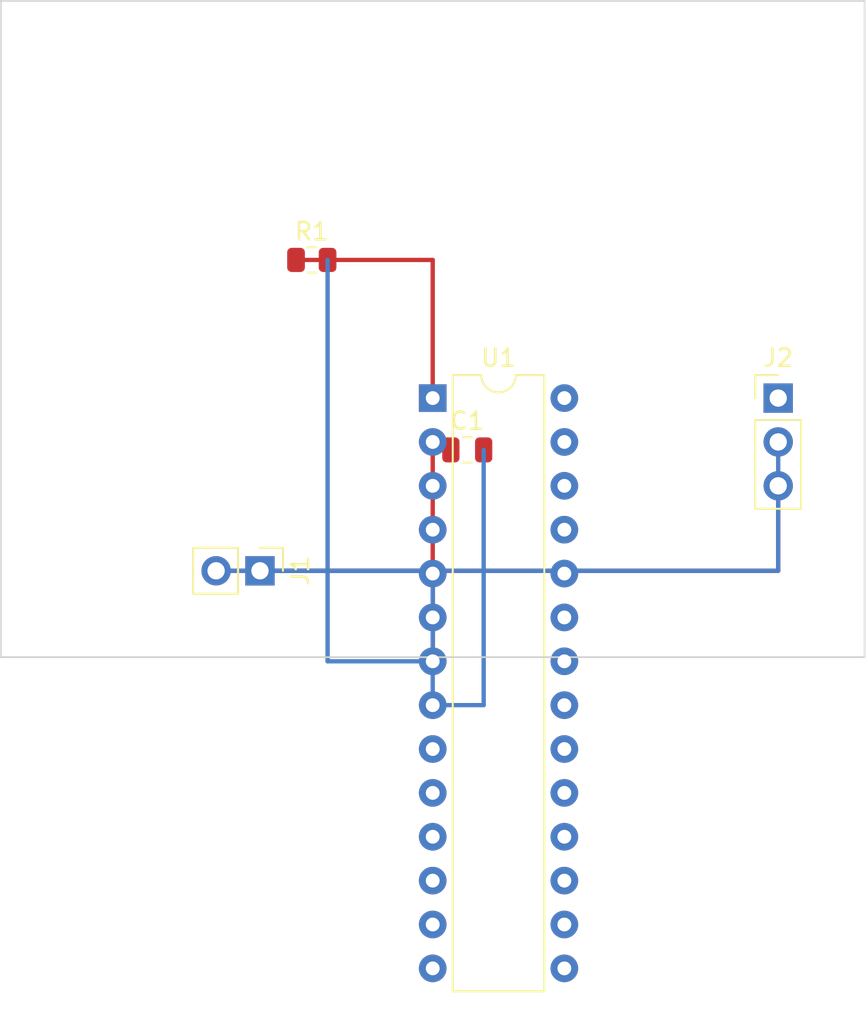
<source format=kicad_pcb>
(kicad_pcb (version 20211014) (generator pcbnew)
  (layers (0 "F.Cu" signal) (31 "B.Cu" signal) (34 "B.Paste" user) (35 "F.Paste" user) (36 "B.SilkS" user "B.Silkscreen") (37 "F.SilkS" user "F.Silkscreen") (38 "B.Mask" user) (39 "F.Mask" user) (44 "Edge.Cuts" user))
  (net 0 "")
  (footprint "C_0805_2012Metric" (layer "F.Cu") (at 27 26)
    (fp_text reference "C1" (at 0 -1.68) (layer "F.SilkS"))
    (fp_text value "100nF")
    (fp_line (start -0.261252 -0.735) (end 0.261252 -0.735) (layer "F.SilkS") (width 0.12))
    (fp_line (start -0.261252 0.735) (end 0.261252 0.735) (layer "F.SilkS") (width 0.12))
    (pad "1" smd roundrect (at -0.95 0) (size 1 1.45) (layers "F.Cu" "F.Paste" "F.Mask"))
    (pad "2" smd roundrect (at 0.95 0) (size 1 1.45) (layers "F.Cu" "F.Paste" "F.Mask"))
  )
  (footprint "PinHeader_1x02_P2.54mm_Vertical" (layer "F.Cu") (at 15 33 -90)
    (fp_text reference "J1" (at 0 -2.33 -90) (layer "F.SilkS"))
    (fp_text value "Power Header")
    (fp_line (start -1.33 1.27) (end 1.33 1.27) (layer "F.SilkS") (width 0.12))
    (fp_line (start -1.33 -1.33) (end 0 -1.33) (layer "F.SilkS") (width 0.12))
    (fp_line (start 1.33 1.27) (end 1.33 3.87) (layer "F.SilkS") (width 0.12))
    (fp_line (start -1.33 0) (end -1.33 -1.33) (layer "F.SilkS") (width 0.12))
    (fp_line (start -1.33 1.27) (end -1.33 3.87) (layer "F.SilkS") (width 0.12))
    (fp_line (start -1.33 3.87) (end 1.33 3.87) (layer "F.SilkS") (width 0.12))
    (pad "1" thru_hole rect (at 0 0 270) (size 1.7 1.7) (drill 1) (layers *.Cu *.Mask))
    (pad "2" thru_hole oval (at 0 2.54 270) (size 1.7 1.7) (drill 1) (layers *.Cu *.Mask))
  )
  (footprint "DIP-28_W7.62mm" (layer "F.Cu") (at 25 23)
    (fp_text reference "U1" (at 3.81 -2.33) (layer "F.SilkS"))
    (fp_text value "ATmega328P")
    (fp_line (start 1.16 -1.33) (end 1.16 34.35) (layer "F.SilkS") (width 0.12))
    (fp_line (start 2.81 -1.33) (end 1.16 -1.33) (layer "F.SilkS") (width 0.12))
    (fp_line (start 1.16 34.35) (end 6.46 34.35) (layer "F.SilkS") (width 0.12))
    (fp_line (start 6.46 34.35) (end 6.46 -1.33) (layer "F.SilkS") (width 0.12))
    (fp_line (start 6.46 -1.33) (end 4.81 -1.33) (layer "F.SilkS") (width 0.12))
    (fp_arc (start 4.81 -1.33) (mid 3.81 -0.33) (end 2.81 -1.33) (layer "F.SilkS") (width 0.12))
    (pad "1" thru_hole rect (at 0 0) (size 1.6 1.6) (drill 0.8) (layers *.Cu *.Mask))
    (pad "2" thru_hole oval (at 0 2.54) (size 1.6 1.6) (drill 0.8) (layers *.Cu *.Mask))
    (pad "3" thru_hole oval (at 0 5.08) (size 1.6 1.6) (drill 0.8) (layers *.Cu *.Mask))
    (pad "4" thru_hole oval (at 0 7.62) (size 1.6 1.6) (drill 0.8) (layers *.Cu *.Mask))
    (pad "5" thru_hole oval (at 0 10.16) (size 1.6 1.6) (drill 0.8) (layers *.Cu *.Mask))
    (pad "6" thru_hole oval (at 0 12.7) (size 1.6 1.6) (drill 0.8) (layers *.Cu *.Mask))
    (pad "7" thru_hole oval (at 0 15.24) (size 1.6 1.6) (drill 0.8) (layers *.Cu *.Mask))
    (pad "8" thru_hole oval (at 0 17.78) (size 1.6 1.6) (drill 0.8) (layers *.Cu *.Mask))
    (pad "9" thru_hole oval (at 0 20.32) (size 1.6 1.6) (drill 0.8) (layers *.Cu *.Mask))
    (pad "10" thru_hole oval (at 0 22.86) (size 1.6 1.6) (drill 0.8) (layers *.Cu *.Mask))
    (pad "11" thru_hole oval (at 0 25.4) (size 1.6 1.6) (drill 0.8) (layers *.Cu *.Mask))
    (pad "12" thru_hole oval (at 0 27.94) (size 1.6 1.6) (drill 0.8) (layers *.Cu *.Mask))
    (pad "13" thru_hole oval (at 0 30.48) (size 1.6 1.6) (drill 0.8) (layers *.Cu *.Mask))
    (pad "14" thru_hole oval (at 0 33.02) (size 1.6 1.6) (drill 0.8) (layers *.Cu *.Mask))
    (pad "15" thru_hole oval (at 7.62 33.02) (size 1.6 1.6) (drill 0.8) (layers *.Cu *.Mask))
    (pad "16" thru_hole oval (at 7.62 30.48) (size 1.6 1.6) (drill 0.8) (layers *.Cu *.Mask))
    (pad "17" thru_hole oval (at 7.62 27.94) (size 1.6 1.6) (drill 0.8) (layers *.Cu *.Mask))
    (pad "18" thru_hole oval (at 7.62 25.4) (size 1.6 1.6) (drill 0.8) (layers *.Cu *.Mask))
    (pad "19" thru_hole oval (at 7.62 22.86) (size 1.6 1.6) (drill 0.8) (layers *.Cu *.Mask))
    (pad "20" thru_hole oval (at 7.62 20.32) (size 1.6 1.6) (drill 0.8) (layers *.Cu *.Mask))
    (pad "21" thru_hole oval (at 7.62 17.78) (size 1.6 1.6) (drill 0.8) (layers *.Cu *.Mask))
    (pad "22" thru_hole oval (at 7.62 15.24) (size 1.6 1.6) (drill 0.8) (layers *.Cu *.Mask))
    (pad "23" thru_hole oval (at 7.62 12.7) (size 1.6 1.6) (drill 0.8) (layers *.Cu *.Mask))
    (pad "24" thru_hole oval (at 7.62 10.16) (size 1.6 1.6) (drill 0.8) (layers *.Cu *.Mask))
    (pad "25" thru_hole oval (at 7.62 7.62) (size 1.6 1.6) (drill 0.8) (layers *.Cu *.Mask))
    (pad "26" thru_hole oval (at 7.62 5.08) (size 1.6 1.6) (drill 0.8) (layers *.Cu *.Mask))
    (pad "27" thru_hole oval (at 7.62 2.54) (size 1.6 1.6) (drill 0.8) (layers *.Cu *.Mask))
    (pad "28" thru_hole oval (at 7.62 0) (size 1.6 1.6) (drill 0.8) (layers *.Cu *.Mask))
  )
  (footprint "PinHeader_1x03_P2.54mm_Vertical" (layer "F.Cu") (at 45 23)
    (fp_text reference "J2" (at 0 -2.33) (layer "F.SilkS"))
    (fp_text value "Servo Header")
    (fp_line (start -1.33 6.41) (end 1.33 6.41) (layer "F.SilkS") (width 0.12))
    (fp_line (start -1.33 0) (end -1.33 -1.33) (layer "F.SilkS") (width 0.12))
    (fp_line (start -1.33 1.27) (end -1.33 6.41) (layer "F.SilkS") (width 0.12))
    (fp_line (start -1.33 -1.33) (end 0 -1.33) (layer "F.SilkS") (width 0.12))
    (fp_line (start -1.33 1.27) (end 1.33 1.27) (layer "F.SilkS") (width 0.12))
    (fp_line (start 1.33 1.27) (end 1.33 6.41) (layer "F.SilkS") (width 0.12))
    (pad "1" thru_hole rect (at 0 0) (size 1.7 1.7) (drill 1) (layers *.Cu *.Mask))
    (pad "2" thru_hole oval (at 0 2.54) (size 1.7 1.7) (drill 1) (layers *.Cu *.Mask))
    (pad "3" thru_hole oval (at 0 5.08) (size 1.7 1.7) (drill 1) (layers *.Cu *.Mask))
  )
  (footprint "R_0805_2012Metric" (layer "F.Cu") (at 18 15)
    (fp_text reference "R1" (at 0 -1.65) (layer "F.SilkS"))
    (fp_text value "10K")
    (fp_line (start -0.227064 -0.735) (end 0.227064 -0.735) (layer "F.SilkS") (width 0.12))
    (fp_line (start -0.227064 0.735) (end 0.227064 0.735) (layer "F.SilkS") (width 0.12))
    (pad "1" smd roundrect (at -0.9125 0) (size 1.025 1.4) (layers "F.Cu" "F.Paste" "F.Mask") (roundrect_rratio 0.243902))
    (pad "2" smd roundrect (at 0.9125 0) (size 1.025 1.4) (layers "F.Cu" "F.Paste" "F.Mask") (roundrect_rratio 0.243902))
  )
  (gr_line (start 0 0) (end 50 0) (layer "Edge.Cuts") (width 0.1))
  (gr_line (start 0 38) (end 0 0) (layer "Edge.Cuts") (width 0.1))
  (gr_line (start 50 38) (end 0 38) (layer "Edge.Cuts") (width 0.1))
  (gr_line (start 50 0) (end 50 38) (layer "Edge.Cuts") (width 0.1))
  (segment (start 15 33) (end 25 33) (width 0.25) (layer "F.Cu") (net 0))
  (segment (start 25 26) (end 26.05 26) (width 0.25) (layer "F.Cu") (net 0))
  (segment (start 45 33) (end 45 28.08) (width 0.25) (layer "F.Cu") (net 0))
  (segment (start 25 33) (end 25 38.24) (width 0.25) (layer "F.Cu") (net 0))
  (segment (start 12.46 33) (end 45 33) (width 0.25) (layer "F.Cu") (net 0))
  (segment (start 25 23) (end 25 15) (width 0.25) (layer "F.Cu") (net 0))
  (segment (start 25 15) (end 17.0875 15) (width 0.25) (layer "F.Cu") (net 0))
  (segment (start 25 38.24) (end 25 26) (width 0.25) (layer "F.Cu") (net 0))
  (segment (start 18.9125 38.24) (end 25 38.24) (width 0.25) (layer "B.Cu") (net 0))
  (segment (start 12.46 33) (end 25 33) (width 0.25) (layer "B.Cu") (net 0))
  (segment (start 15 33) (end 45 33) (width 0.25) (layer "B.Cu") (net 0))
  (segment (start 25 33) (end 25 40.78) (width 0.25) (layer "B.Cu") (net 0))
  (segment (start 27.95 26) (end 27.95 40.78) (width 0.25) (layer "B.Cu") (net 0))
  (segment (start 27.95 40.78) (end 25 40.78) (width 0.25) (layer "B.Cu") (net 0))
  (segment (start 18.9125 15) (end 18.9125 38.24) (width 0.25) (layer "B.Cu") (net 0))
  (segment (start 45 33) (end 45 25.54) (width 0.25) (layer "B.Cu") (net 0))
)
</source>
